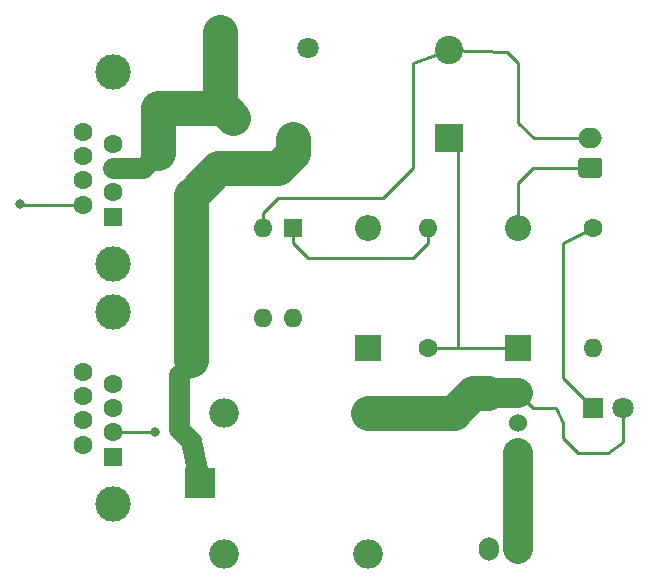
<source format=gbr>
%TF.GenerationSoftware,KiCad,Pcbnew,5.1.6-c6e7f7d~87~ubuntu18.04.1*%
%TF.CreationDate,2020-07-24T23:53:58+09:00*%
%TF.ProjectId,001,3030312e-6b69-4636-9164-5f7063625858,001*%
%TF.SameCoordinates,Original*%
%TF.FileFunction,Copper,L1,Top*%
%TF.FilePolarity,Positive*%
%FSLAX46Y46*%
G04 Gerber Fmt 4.6, Leading zero omitted, Abs format (unit mm)*
G04 Created by KiCad (PCBNEW 5.1.6-c6e7f7d~87~ubuntu18.04.1) date 2020-07-24 23:53:58*
%MOMM*%
%LPD*%
G01*
G04 APERTURE LIST*
%TA.AperFunction,ComponentPad*%
%ADD10C,1.600000*%
%TD*%
%TA.AperFunction,ComponentPad*%
%ADD11R,1.600000X1.600000*%
%TD*%
%TA.AperFunction,ComponentPad*%
%ADD12C,3.000000*%
%TD*%
%TA.AperFunction,ComponentPad*%
%ADD13O,2.500000X2.500000*%
%TD*%
%TA.AperFunction,ComponentPad*%
%ADD14R,2.500000X2.500000*%
%TD*%
%TA.AperFunction,ComponentPad*%
%ADD15C,1.524000*%
%TD*%
%TA.AperFunction,ComponentPad*%
%ADD16O,1.600000X1.600000*%
%TD*%
%TA.AperFunction,ComponentPad*%
%ADD17C,1.800000*%
%TD*%
%TA.AperFunction,ComponentPad*%
%ADD18R,1.800000X1.800000*%
%TD*%
%TA.AperFunction,ComponentPad*%
%ADD19O,1.700000X2.000000*%
%TD*%
%TA.AperFunction,ComponentPad*%
%ADD20O,2.000000X1.700000*%
%TD*%
%TA.AperFunction,ComponentPad*%
%ADD21C,2.400000*%
%TD*%
%TA.AperFunction,ComponentPad*%
%ADD22R,2.400000X2.400000*%
%TD*%
%TA.AperFunction,ComponentPad*%
%ADD23R,2.200000X2.200000*%
%TD*%
%TA.AperFunction,ComponentPad*%
%ADD24O,2.200000X2.200000*%
%TD*%
%TA.AperFunction,ComponentPad*%
%ADD25C,1.400000*%
%TD*%
%TA.AperFunction,ViaPad*%
%ADD26C,0.800000*%
%TD*%
%TA.AperFunction,Conductor*%
%ADD27C,0.250000*%
%TD*%
%TA.AperFunction,Conductor*%
%ADD28C,1.750000*%
%TD*%
%TA.AperFunction,Conductor*%
%ADD29C,3.000000*%
%TD*%
%TA.AperFunction,Conductor*%
%ADD30C,2.500000*%
%TD*%
G04 APERTURE END LIST*
D10*
%TO.P,J22,8*%
%TO.N,Net-(J22-Pad8)*%
X182880000Y-92190000D03*
%TO.P,J22,7*%
%TO.N,Net-(J22-Pad7)*%
X185420000Y-93210000D03*
%TO.P,J22,6*%
%TO.N,/PD4*%
X182880000Y-94230000D03*
%TO.P,J22,5*%
%TO.N,Net-(J22-Pad5)*%
X185420000Y-95250000D03*
%TO.P,J22,4*%
%TO.N,Net-(J22-Pad4)*%
X182880000Y-96270000D03*
%TO.P,J22,3*%
%TO.N,/PD3*%
X185420000Y-97290000D03*
%TO.P,J22,2*%
%TO.N,/PD2*%
X182880000Y-98310000D03*
D11*
%TO.P,J22,1*%
%TO.N,/PD1*%
X185420000Y-99330000D03*
D12*
%TO.P,J22,*%
%TO.N,*%
X185420000Y-103375000D03*
X185420000Y-87125000D03*
%TD*%
D10*
%TO.P,J21,8*%
%TO.N,/PD_GND*%
X182880000Y-71870000D03*
%TO.P,J21,7*%
X185420000Y-72890000D03*
%TO.P,J21,6*%
%TO.N,/PD4*%
X182880000Y-73910000D03*
%TO.P,J21,5*%
%TO.N,/PD_PWR*%
X185420000Y-74930000D03*
%TO.P,J21,4*%
X182880000Y-75950000D03*
%TO.P,J21,3*%
%TO.N,/PD3*%
X185420000Y-76970000D03*
%TO.P,J21,2*%
%TO.N,/PD2*%
X182880000Y-77990000D03*
D11*
%TO.P,J21,1*%
%TO.N,/PD1*%
X185420000Y-79010000D03*
D12*
%TO.P,J21,*%
%TO.N,*%
X185420000Y-83055000D03*
X185420000Y-66805000D03*
%TD*%
D13*
%TO.P,K21,5*%
%TO.N,Net-(D22-Pad1)*%
X194786000Y-95600000D03*
%TO.P,K21,4*%
%TO.N,Net-(D23-Pad2)*%
X206986000Y-95600000D03*
%TO.P,K21,3*%
%TO.N,Net-(K21-Pad3)*%
X206986000Y-107600000D03*
%TO.P,K21,2*%
%TO.N,/PD_GND*%
X194786000Y-107600000D03*
D14*
%TO.P,K21,1*%
%TO.N,Net-(F21-Pad2)*%
X192786000Y-101600000D03*
%TD*%
D15*
%TO.P,FL21,1*%
%TO.N,Net-(D23-Pad2)*%
X219710000Y-93980000D03*
%TO.P,FL21,2*%
%TO.N,/PD_GND*%
X219710000Y-96520000D03*
%TO.P,FL21,3*%
%TO.N,Net-(CN22-Pad1)*%
X219710000Y-99060000D03*
%TD*%
D16*
%TO.P,R22,2*%
%TO.N,/PD_GND*%
X226060000Y-90170000D03*
D10*
%TO.P,R22,1*%
%TO.N,Net-(D23-Pad1)*%
X226060000Y-80010000D03*
%TD*%
D17*
%TO.P,D23,2*%
%TO.N,Net-(D23-Pad2)*%
X228600000Y-95250000D03*
D18*
%TO.P,D23,1*%
%TO.N,Net-(D23-Pad1)*%
X226060000Y-95250000D03*
%TD*%
D19*
%TO.P,CN22,2*%
%TO.N,/PD_GND*%
X217210000Y-107188000D03*
%TO.P,CN22,1*%
%TO.N,Net-(CN22-Pad1)*%
%TA.AperFunction,ComponentPad*%
G36*
G01*
X220560000Y-106438000D02*
X220560000Y-107938000D01*
G75*
G02*
X220310000Y-108188000I-250000J0D01*
G01*
X219110000Y-108188000D01*
G75*
G02*
X218860000Y-107938000I0J250000D01*
G01*
X218860000Y-106438000D01*
G75*
G02*
X219110000Y-106188000I250000J0D01*
G01*
X220310000Y-106188000D01*
G75*
G02*
X220560000Y-106438000I0J-250000D01*
G01*
G37*
%TD.AperFunction*%
%TD*%
D20*
%TO.P,CN21,2*%
%TO.N,Net-(C21-Pad2)*%
X225806000Y-72366500D03*
%TO.P,CN21,1*%
%TO.N,Net-(CN21-Pad1)*%
%TA.AperFunction,ComponentPad*%
G36*
G01*
X226556000Y-75716500D02*
X225056000Y-75716500D01*
G75*
G02*
X224806000Y-75466500I0J250000D01*
G01*
X224806000Y-74266500D01*
G75*
G02*
X225056000Y-74016500I250000J0D01*
G01*
X226556000Y-74016500D01*
G75*
G02*
X226806000Y-74266500I0J-250000D01*
G01*
X226806000Y-75466500D01*
G75*
G02*
X226556000Y-75716500I-250000J0D01*
G01*
G37*
%TD.AperFunction*%
%TD*%
D17*
%TO.P,RV21,2*%
%TO.N,/PD_PWR*%
X194430000Y-63370000D03*
%TO.P,RV21,1*%
%TO.N,/PD_GND*%
X201930000Y-64770000D03*
%TD*%
D16*
%TO.P,R21,2*%
%TO.N,Net-(R21-Pad2)*%
X212090000Y-80010000D03*
D10*
%TO.P,R21,1*%
%TO.N,Net-(C21-Pad1)*%
X212090000Y-90170000D03*
%TD*%
D21*
%TO.P,C21,2*%
%TO.N,Net-(C21-Pad2)*%
X213868000Y-64890000D03*
D22*
%TO.P,C21,1*%
%TO.N,Net-(C21-Pad1)*%
X213868000Y-72390000D03*
%TD*%
D23*
%TO.P,D21,1*%
%TO.N,Net-(C21-Pad1)*%
X219710000Y-90170000D03*
D24*
%TO.P,D21,2*%
%TO.N,Net-(CN21-Pad1)*%
X219710000Y-80010000D03*
%TD*%
%TO.P,D22,2*%
%TO.N,/PD_GND*%
X207010000Y-80010000D03*
D23*
%TO.P,D22,1*%
%TO.N,Net-(D22-Pad1)*%
X207010000Y-90170000D03*
%TD*%
D25*
%TO.P,F21,1*%
%TO.N,/PD_PWR*%
X195580000Y-70662800D03*
%TO.P,F21,2*%
%TO.N,Net-(F21-Pad2)*%
X200680000Y-72462800D03*
%TD*%
D11*
%TO.P,U21,1*%
%TO.N,Net-(R21-Pad2)*%
X200660000Y-80010000D03*
D16*
%TO.P,U21,3*%
%TO.N,Net-(D22-Pad1)*%
X198120000Y-87630000D03*
%TO.P,U21,2*%
%TO.N,Net-(C21-Pad2)*%
X198120000Y-80010000D03*
%TO.P,U21,4*%
%TO.N,/PD_PWR*%
X200660000Y-87630000D03*
%TD*%
D26*
%TO.N,Net-(F21-Pad2)*%
X192024000Y-91186000D03*
X192024000Y-91186000D03*
X192024000Y-98044000D03*
X191008000Y-92456000D03*
X191008000Y-93726000D03*
X191008000Y-97028000D03*
X191008000Y-95504000D03*
X194310000Y-74930000D03*
X192087500Y-77152500D03*
X199136000Y-74930000D03*
X192024000Y-80391000D03*
X192024000Y-83566000D03*
X192024000Y-87376000D03*
%TO.N,/PD3*%
X188976000Y-97282000D03*
%TO.N,/PD2*%
X177546000Y-77978000D03*
%TO.N,Net-(D23-Pad2)*%
X211740000Y-95600000D03*
X213018698Y-95591302D03*
X214630000Y-95250000D03*
X215900000Y-93980000D03*
X217170000Y-93980000D03*
X209895804Y-95595804D03*
%TO.N,/PD_PWR*%
X194310000Y-66040000D03*
X194310000Y-67310000D03*
X194310000Y-68580000D03*
X193040000Y-69850000D03*
X191770000Y-69850000D03*
X190500000Y-69850000D03*
X189230000Y-69850000D03*
X189230000Y-71120000D03*
X189230000Y-72390000D03*
X189230000Y-73660000D03*
X187960000Y-74930000D03*
%TD*%
D27*
%TO.N,Net-(C21-Pad2)*%
X221020000Y-72390000D02*
X225806000Y-72366500D01*
X219710000Y-71120000D02*
X221020000Y-72390000D01*
X219710000Y-66040000D02*
X219710000Y-71120000D01*
X218763200Y-65093200D02*
X219710000Y-66040000D01*
X213868000Y-64890000D02*
X218763200Y-65093200D01*
X198120000Y-80010000D02*
X198120000Y-78740000D01*
X198120000Y-78740000D02*
X199390000Y-77470000D01*
X199390000Y-77470000D02*
X208280000Y-77470000D01*
X208280000Y-77470000D02*
X210820000Y-74930000D01*
X210820000Y-74930000D02*
X210820000Y-66040000D01*
X210820000Y-66040000D02*
X213868000Y-64890000D01*
%TO.N,Net-(C21-Pad1)*%
X214630000Y-72593200D02*
X214630000Y-90170000D01*
X214630000Y-90170000D02*
X212090000Y-90170000D01*
X219710000Y-90170000D02*
X214630000Y-90170000D01*
D28*
%TO.N,Net-(F21-Pad2)*%
X192024000Y-98044000D02*
X192024000Y-98044000D01*
X192024000Y-91186000D02*
X192024000Y-91186000D01*
X192024000Y-98044000D02*
X192786000Y-101600000D01*
X191008000Y-92456000D02*
X191008000Y-97028000D01*
X192024000Y-91440000D02*
X191008000Y-92456000D01*
X191008000Y-97028000D02*
X192024000Y-98044000D01*
D29*
X200680000Y-72462800D02*
X200680000Y-73640000D01*
X200680000Y-73640000D02*
X199390000Y-74930000D01*
X199390000Y-74930000D02*
X194310000Y-74930000D01*
X192024000Y-77216000D02*
X192024000Y-91186000D01*
X194310000Y-74930000D02*
X194310000Y-74930000D01*
X194310000Y-74930000D02*
X192087500Y-77152500D01*
X192087500Y-77152500D02*
X192024000Y-77216000D01*
D27*
%TO.N,/PD3*%
X185420000Y-97290000D02*
X188976000Y-97282000D01*
%TO.N,/PD2*%
X182880000Y-77990000D02*
X177661000Y-77990000D01*
%TO.N,Net-(R21-Pad2)*%
X200660000Y-80010000D02*
X200660000Y-81280000D01*
X200660000Y-81280000D02*
X201930000Y-82550000D01*
X201930000Y-82550000D02*
X210820000Y-82550000D01*
X212090000Y-81280000D02*
X212090000Y-80010000D01*
X210820000Y-82550000D02*
X212090000Y-81280000D01*
%TO.N,Net-(CN21-Pad1)*%
X225806000Y-74866500D02*
X220980000Y-74930000D01*
X219710000Y-76200000D02*
X219710000Y-80010000D01*
X220980000Y-74930000D02*
X219710000Y-76200000D01*
D30*
%TO.N,Net-(CN22-Pad1)*%
X219710000Y-99060000D02*
X219710000Y-107188000D01*
D27*
%TO.N,Net-(D23-Pad2)*%
X220980000Y-95250000D02*
X219710000Y-93980000D01*
X228600000Y-95250000D02*
X228600000Y-98107500D01*
X224790000Y-99060000D02*
X223520000Y-97790000D01*
X222885000Y-95250000D02*
X220980000Y-95250000D01*
X223520000Y-96520000D02*
X222885000Y-95250000D01*
X228600000Y-98107500D02*
X227330000Y-99060000D01*
X227330000Y-99060000D02*
X224790000Y-99060000D01*
X223520000Y-97790000D02*
X223520000Y-96520000D01*
D28*
X215900000Y-93980000D02*
X215900000Y-93980000D01*
X214280000Y-95600000D02*
X214630000Y-95250000D01*
D29*
X211740000Y-95600000D02*
X214280000Y-95600000D01*
X214630000Y-95250000D02*
X215900000Y-93980000D01*
X215900000Y-93980000D02*
X217170000Y-93980000D01*
D30*
X217170000Y-93980000D02*
X219710000Y-93980000D01*
D29*
X206986000Y-95600000D02*
X211740000Y-95600000D01*
D27*
%TO.N,Net-(D23-Pad1)*%
X224790000Y-93980000D02*
X226060000Y-95250000D01*
X223520000Y-92710000D02*
X224790000Y-93980000D01*
X226060000Y-80010000D02*
X223520000Y-81280000D01*
X223520000Y-81280000D02*
X223520000Y-92710000D01*
D29*
%TO.N,/PD_PWR*%
X194430000Y-63370000D02*
X194430000Y-69730000D01*
D28*
X194430000Y-69730000D02*
X194310000Y-69850000D01*
D29*
X194310000Y-69850000D02*
X189230000Y-69850000D01*
X189230000Y-69850000D02*
X189230000Y-73660000D01*
D28*
X189230000Y-73660000D02*
X187960000Y-74930000D01*
X187960000Y-74930000D02*
X185420000Y-74930000D01*
D29*
X194767200Y-69850000D02*
X195580000Y-70662800D01*
D28*
X194310000Y-69850000D02*
X194767200Y-69850000D01*
%TD*%
M02*

</source>
